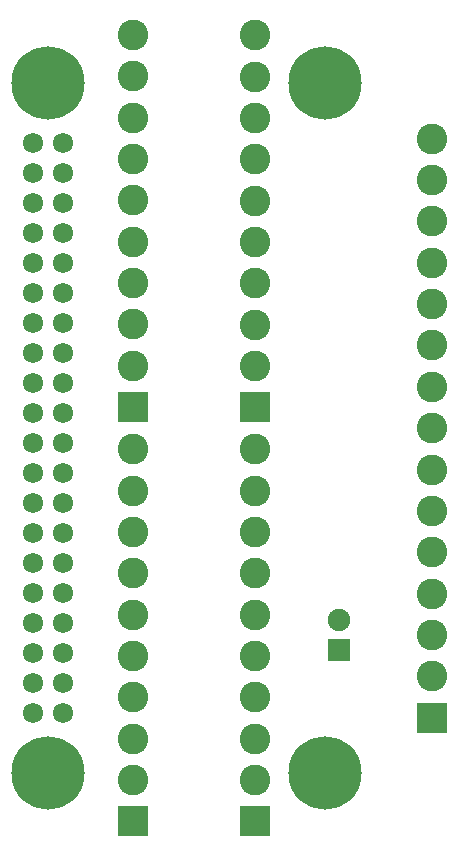
<source format=gts>
G04 #@! TF.GenerationSoftware,KiCad,Pcbnew,(5.0.0)*
G04 #@! TF.CreationDate,2018-10-25T16:10:50+01:00*
G04 #@! TF.ProjectId,Port_Expander,506F72745F457870616E6465722E6B69,rev?*
G04 #@! TF.SameCoordinates,Original*
G04 #@! TF.FileFunction,Soldermask,Top*
G04 #@! TF.FilePolarity,Negative*
%FSLAX46Y46*%
G04 Gerber Fmt 4.6, Leading zero omitted, Abs format (unit mm)*
G04 Created by KiCad (PCBNEW (5.0.0)) date 10/25/18 16:10:50*
%MOMM*%
%LPD*%
G01*
G04 APERTURE LIST*
%ADD10R,1.900000X1.900000*%
%ADD11O,1.900000X1.900000*%
%ADD12C,6.200000*%
%ADD13C,1.724000*%
%ADD14C,2.600000*%
%ADD15R,2.600000X2.600000*%
G04 APERTURE END LIST*
D10*
G04 #@! TO.C,J2*
X145161000Y-133985000D03*
D11*
X145161000Y-131445000D03*
G04 #@! TD*
D12*
G04 #@! TO.C,U1*
X144018000Y-85979000D03*
X144018000Y-144399000D03*
X120523000Y-85979000D03*
X120523000Y-144399000D03*
D13*
X119253000Y-91059000D03*
X121793000Y-91059000D03*
X119253000Y-93599000D03*
X121793000Y-93599000D03*
X119253000Y-96139000D03*
X121793000Y-96139000D03*
X119253000Y-98679000D03*
X121793000Y-98679000D03*
X119253000Y-101219000D03*
X121793000Y-101219000D03*
X119253000Y-103759000D03*
X121793000Y-103759000D03*
X119253000Y-106299000D03*
X121793000Y-106299000D03*
X119253000Y-108839000D03*
X121793000Y-108839000D03*
X119253000Y-111379000D03*
X121793000Y-111379000D03*
X119253000Y-113919000D03*
X121793000Y-113919000D03*
X119253000Y-116459000D03*
X121793000Y-116459000D03*
X119253000Y-118999000D03*
X121793000Y-118999000D03*
X119253000Y-121539000D03*
X121793000Y-121539000D03*
X119253000Y-124079000D03*
X121793000Y-124079000D03*
X119253000Y-126619000D03*
X121793000Y-126619000D03*
X119253000Y-129159000D03*
X121793000Y-129159000D03*
X119253000Y-131699000D03*
X121793000Y-131699000D03*
X119253000Y-134239000D03*
X121793000Y-134239000D03*
X119253000Y-136779000D03*
X121793000Y-136779000D03*
X119253000Y-139319000D03*
X121793000Y-139319000D03*
G04 #@! TD*
D14*
G04 #@! TO.C,J5*
X127762000Y-81911000D03*
X127762000Y-85411000D03*
X127762000Y-88911000D03*
X127762000Y-92411000D03*
X127762000Y-95911000D03*
X127762000Y-99411000D03*
X127762000Y-102911000D03*
X127762000Y-106411000D03*
X127762000Y-109911000D03*
D15*
X127762000Y-113411000D03*
G04 #@! TD*
D14*
G04 #@! TO.C,J4*
X127762000Y-116967000D03*
X127762000Y-120467000D03*
X127762000Y-123967000D03*
X127762000Y-127467000D03*
X127762000Y-130967000D03*
X127762000Y-134467000D03*
X127762000Y-137967000D03*
X127762000Y-141467000D03*
X127762000Y-144967000D03*
D15*
X127762000Y-148467000D03*
G04 #@! TD*
D14*
G04 #@! TO.C,J3*
X138049000Y-81915000D03*
X138049000Y-85415000D03*
X138049000Y-88915000D03*
X138049000Y-92415000D03*
X138049000Y-95915000D03*
X138049000Y-99415000D03*
X138049000Y-102915000D03*
X138049000Y-106415000D03*
X138049000Y-109915000D03*
D15*
X138049000Y-113415000D03*
G04 #@! TD*
D14*
G04 #@! TO.C,J1*
X138049000Y-116967000D03*
X138049000Y-120467000D03*
X138049000Y-123967000D03*
X138049000Y-127467000D03*
X138049000Y-130967000D03*
X138049000Y-134467000D03*
X138049000Y-137967000D03*
X138049000Y-141467000D03*
X138049000Y-144967000D03*
D15*
X138049000Y-148467000D03*
G04 #@! TD*
D14*
G04 #@! TO.C,J6*
X153035000Y-90689000D03*
X153035000Y-94189000D03*
X153035000Y-97689000D03*
X153035000Y-101189000D03*
X153035000Y-104689000D03*
X153035000Y-108189000D03*
X153035000Y-111689000D03*
X153035000Y-115189000D03*
X153035000Y-118689000D03*
X153035000Y-122189000D03*
X153035000Y-125689000D03*
X153035000Y-129189000D03*
X153035000Y-132689000D03*
X153035000Y-136189000D03*
D15*
X153035000Y-139689000D03*
G04 #@! TD*
M02*

</source>
